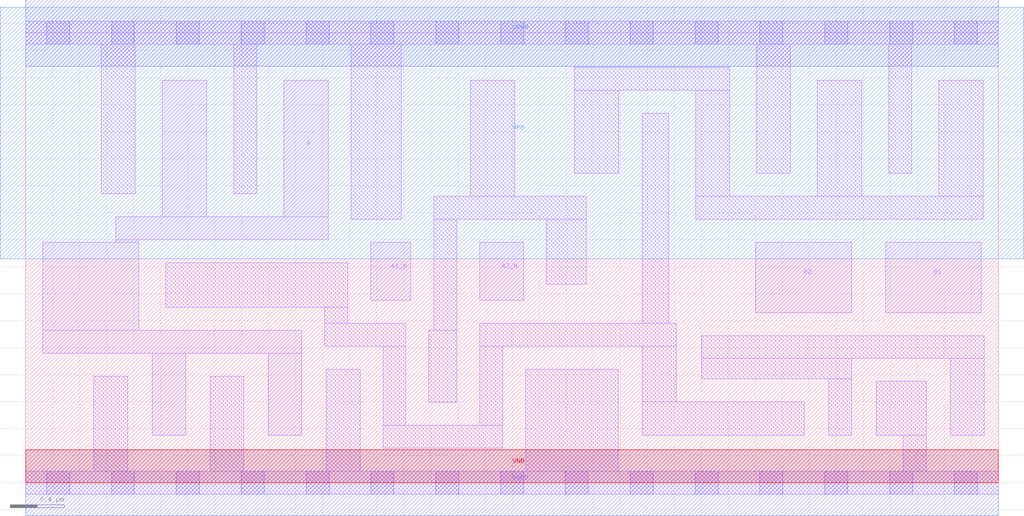
<source format=lef>
# Copyright 2020 The SkyWater PDK Authors
#
# Licensed under the Apache License, Version 2.0 (the "License");
# you may not use this file except in compliance with the License.
# You may obtain a copy of the License at
#
#     https://www.apache.org/licenses/LICENSE-2.0
#
# Unless required by applicable law or agreed to in writing, software
# distributed under the License is distributed on an "AS IS" BASIS,
# WITHOUT WARRANTIES OR CONDITIONS OF ANY KIND, either express or implied.
# See the License for the specific language governing permissions and
# limitations under the License.
#
# SPDX-License-Identifier: Apache-2.0

VERSION 5.7 ;
  NOWIREEXTENSIONATPIN ON ;
  DIVIDERCHAR "/" ;
  BUSBITCHARS "[]" ;
MACRO sky130_fd_sc_hs__a2bb2o_4
  CLASS CORE ;
  FOREIGN sky130_fd_sc_hs__a2bb2o_4 ;
  ORIGIN  0.000000  0.000000 ;
  SIZE  7.200000 BY  3.330000 ;
  SYMMETRY X Y ;
  SITE unit ;
  PIN A1_N
    ANTENNAGATEAREA  0.264000 ;
    DIRECTION INPUT ;
    USE SIGNAL ;
    PORT
      LAYER li1 ;
        RECT 2.555000 1.350000 2.850000 1.780000 ;
    END
  END A1_N
  PIN A2_N
    ANTENNAGATEAREA  0.264000 ;
    DIRECTION INPUT ;
    USE SIGNAL ;
    PORT
      LAYER li1 ;
        RECT 3.360000 1.350000 3.685000 1.780000 ;
    END
  END A2_N
  PIN B1
    ANTENNAGATEAREA  0.492000 ;
    DIRECTION INPUT ;
    USE SIGNAL ;
    PORT
      LAYER li1 ;
        RECT 6.365000 1.260000 7.075000 1.780000 ;
    END
  END B1
  PIN B2
    ANTENNAGATEAREA  0.492000 ;
    DIRECTION INPUT ;
    USE SIGNAL ;
    PORT
      LAYER li1 ;
        RECT 5.405000 1.260000 6.115000 1.780000 ;
    END
  END B2
  PIN X
    ANTENNADIFFAREA  1.086400 ;
    DIRECTION OUTPUT ;
    USE SIGNAL ;
    PORT
      LAYER li1 ;
        RECT 0.125000 0.960000 2.045000 1.130000 ;
        RECT 0.125000 1.130000 0.835000 1.780000 ;
        RECT 0.665000 1.780000 0.835000 1.800000 ;
        RECT 0.665000 1.800000 2.240000 1.970000 ;
        RECT 0.935000 0.350000 1.185000 0.960000 ;
        RECT 1.010000 1.970000 1.340000 2.980000 ;
        RECT 1.795000 0.350000 2.045000 0.960000 ;
        RECT 1.910000 1.970000 2.240000 2.980000 ;
    END
  END X
  PIN VGND
    DIRECTION INOUT ;
    USE GROUND ;
    PORT
      LAYER met1 ;
        RECT 0.000000 -0.245000 7.200000 0.245000 ;
    END
  END VGND
  PIN VNB
    DIRECTION INOUT ;
    USE GROUND ;
    PORT
      LAYER pwell ;
        RECT 0.000000 0.000000 7.200000 0.245000 ;
    END
  END VNB
  PIN VPB
    DIRECTION INOUT ;
    USE POWER ;
    PORT
      LAYER nwell ;
        RECT -0.190000 1.660000 7.390000 3.520000 ;
    END
  END VPB
  PIN VPWR
    DIRECTION INOUT ;
    USE POWER ;
    PORT
      LAYER met1 ;
        RECT 0.000000 3.085000 7.200000 3.575000 ;
    END
  END VPWR
  OBS
    LAYER li1 ;
      RECT 0.000000 -0.085000 7.200000 0.085000 ;
      RECT 0.000000  3.245000 7.200000 3.415000 ;
      RECT 0.505000  0.085000 0.755000 0.790000 ;
      RECT 0.560000  2.140000 0.810000 3.245000 ;
      RECT 1.035000  1.300000 2.385000 1.630000 ;
      RECT 1.365000  0.085000 1.615000 0.790000 ;
      RECT 1.540000  2.140000 1.710000 3.245000 ;
      RECT 2.215000  1.010000 2.815000 1.180000 ;
      RECT 2.215000  1.180000 2.385000 1.300000 ;
      RECT 2.225000  0.085000 2.475000 0.840000 ;
      RECT 2.410000  1.950000 2.780000 3.245000 ;
      RECT 2.645000  0.255000 3.530000 0.425000 ;
      RECT 2.645000  0.425000 2.815000 1.010000 ;
      RECT 2.985000  0.595000 3.190000 1.130000 ;
      RECT 3.020000  1.130000 3.190000 1.950000 ;
      RECT 3.020000  1.950000 4.150000 2.120000 ;
      RECT 3.290000  2.120000 3.620000 2.980000 ;
      RECT 3.360000  0.425000 3.530000 1.010000 ;
      RECT 3.360000  1.010000 4.815000 1.180000 ;
      RECT 3.700000  0.085000 4.385000 0.840000 ;
      RECT 3.855000  1.470000 4.150000 1.950000 ;
      RECT 4.060000  2.290000 4.390000 2.905000 ;
      RECT 4.060000  2.905000 5.210000 3.075000 ;
      RECT 4.565000  0.350000 5.765000 0.600000 ;
      RECT 4.565000  0.600000 4.815000 1.010000 ;
      RECT 4.565000  1.180000 4.760000 2.735000 ;
      RECT 4.960000  1.950000 7.090000 2.120000 ;
      RECT 4.960000  2.120000 5.210000 2.905000 ;
      RECT 5.005000  0.770000 6.115000 0.920000 ;
      RECT 5.005000  0.920000 7.095000 1.090000 ;
      RECT 5.410000  2.290000 5.660000 3.245000 ;
      RECT 5.860000  2.120000 6.190000 2.980000 ;
      RECT 5.945000  0.350000 6.115000 0.770000 ;
      RECT 6.295000  0.350000 6.665000 0.750000 ;
      RECT 6.390000  2.290000 6.560000 3.245000 ;
      RECT 6.495000  0.085000 6.665000 0.350000 ;
      RECT 6.760000  2.120000 7.090000 2.980000 ;
      RECT 6.845000  0.350000 7.095000 0.920000 ;
    LAYER mcon ;
      RECT 0.155000 -0.085000 0.325000 0.085000 ;
      RECT 0.155000  3.245000 0.325000 3.415000 ;
      RECT 0.635000 -0.085000 0.805000 0.085000 ;
      RECT 0.635000  3.245000 0.805000 3.415000 ;
      RECT 1.115000 -0.085000 1.285000 0.085000 ;
      RECT 1.115000  3.245000 1.285000 3.415000 ;
      RECT 1.595000 -0.085000 1.765000 0.085000 ;
      RECT 1.595000  3.245000 1.765000 3.415000 ;
      RECT 2.075000 -0.085000 2.245000 0.085000 ;
      RECT 2.075000  3.245000 2.245000 3.415000 ;
      RECT 2.555000 -0.085000 2.725000 0.085000 ;
      RECT 2.555000  3.245000 2.725000 3.415000 ;
      RECT 3.035000 -0.085000 3.205000 0.085000 ;
      RECT 3.035000  3.245000 3.205000 3.415000 ;
      RECT 3.515000 -0.085000 3.685000 0.085000 ;
      RECT 3.515000  3.245000 3.685000 3.415000 ;
      RECT 3.995000 -0.085000 4.165000 0.085000 ;
      RECT 3.995000  3.245000 4.165000 3.415000 ;
      RECT 4.475000 -0.085000 4.645000 0.085000 ;
      RECT 4.475000  3.245000 4.645000 3.415000 ;
      RECT 4.955000 -0.085000 5.125000 0.085000 ;
      RECT 4.955000  3.245000 5.125000 3.415000 ;
      RECT 5.435000 -0.085000 5.605000 0.085000 ;
      RECT 5.435000  3.245000 5.605000 3.415000 ;
      RECT 5.915000 -0.085000 6.085000 0.085000 ;
      RECT 5.915000  3.245000 6.085000 3.415000 ;
      RECT 6.395000 -0.085000 6.565000 0.085000 ;
      RECT 6.395000  3.245000 6.565000 3.415000 ;
      RECT 6.875000 -0.085000 7.045000 0.085000 ;
      RECT 6.875000  3.245000 7.045000 3.415000 ;
  END
END sky130_fd_sc_hs__a2bb2o_4
END LIBRARY

</source>
